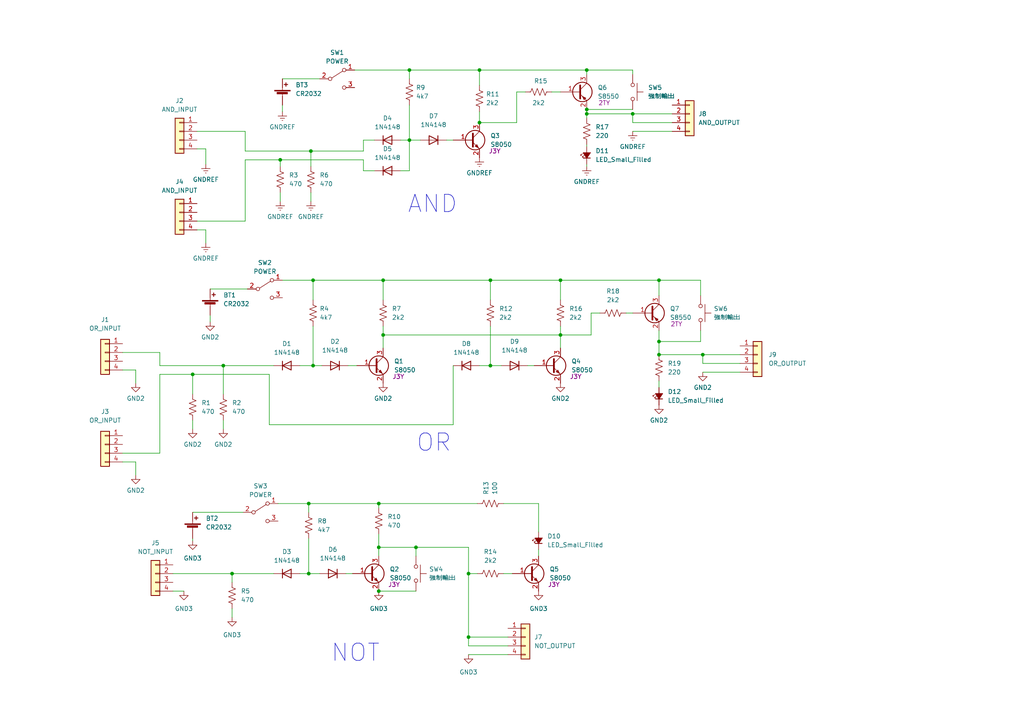
<source format=kicad_sch>
(kicad_sch (version 20211123) (generator eeschema)
  (paper "A4")
  (lib_symbols
    (symbol "Connector_Generic:Conn_01x04" (pin_names (offset 1.016) hide)
      (property "Reference" "J" (at 0 5.08 0))
      (property "Value" "Conn_01x04" (at 0 -7.62 0))
      (symbol "Conn_01x04_1_1"
        (rectangle (start -1.27 -4.953) (end 0 -5.207) (stroke (width 0.1524)))
        (rectangle (start -1.27 -2.413) (end 0 -2.667) (stroke (width 0.1524)))
        (rectangle (start -1.27 0.127) (end 0 -0.127) (stroke (width 0.1524)))
        (rectangle (start -1.27 2.667) (end 0 2.413) (stroke (width 0.1524)))
        (rectangle (start -1.27 3.81) (end 1.27 -6.35) (stroke (width 0.254)) (fill (type background)))
        (pin passive line (at -5.08 2.54 0) (length 3.81) (name "Pin_1") (number "1"))
        (pin passive line (at -5.08 0 0) (length 3.81) (name "Pin_2") (number "2"))
        (pin passive line (at -5.08 -2.54 0) (length 3.81) (name "Pin_3") (number "3"))
        (pin passive line (at -5.08 -5.08 0) (length 3.81) (name "Pin_4") (number "4"))
      )
    )
    (symbol "Device:Battery_Cell" (pin_numbers hide) (pin_names (offset 0) hide)
      (property "Reference" "BT" (at 2.54 2.54 0))
      (property "Value" "Battery_Cell" (at 2.54 0 0))
      (symbol "Battery_Cell_0_1"
        (rectangle (start -2.286 1.778) (end 2.286 1.524) (fill (type outline)))
        (rectangle (start -1.5748 1.1938) (end 1.4732 0.6858) (fill (type outline)))
        (polyline (pts (xy 0 0.762) (xy 0 0)))
        (polyline (pts (xy 0 1.778) (xy 0 2.54)))
        (polyline (pts (xy 0.508 3.429) (xy 1.524 3.429)) (stroke (width 0.254)))
        (polyline (pts (xy 1.016 3.937) (xy 1.016 2.921)) (stroke (width 0.254)))
      )
      (symbol "Battery_Cell_1_1"
        (pin passive line (at 0 5.08 270) (length 2.54) (name "+") (number "1"))
        (pin passive line (at 0 -2.54 90) (length 2.54) (name "-") (number "2"))
      )
    )
    (symbol "Device:LED_Small_Filled" (pin_numbers hide) (pin_names (offset 0.254) hide)
      (property "Reference" "D" (at -1.27 3.175 0))
      (property "Value" "LED_Small_Filled" (at -4.445 -2.54 0))
      (symbol "LED_Small_Filled_0_1"
        (polyline (pts (xy -0.762 -1.016) (xy -0.762 1.016)) (stroke (width 0.254)))
        (polyline (pts (xy 1.016 0) (xy -0.762 0)))
        (polyline (pts (xy 0.762 -1.016) (xy -0.762 0) (xy 0.762 1.016) (xy 0.762 -1.016)) (stroke (width 0.254)) (fill (type outline)))
        (polyline (pts (xy 0 0.762) (xy -0.508 1.27) (xy -0.254 1.27) (xy -0.508 1.27) (xy -0.508 1.016)))
        (polyline (pts (xy 0.508 1.27) (xy 0 1.778) (xy 0.254 1.778) (xy 0 1.778) (xy 0 1.524)))
      )
      (symbol "LED_Small_Filled_1_1"
        (pin passive line (at -2.54 0 0) (length 1.778) (name "K") (number "1"))
        (pin passive line (at 2.54 0 180) (length 1.778) (name "A") (number "2"))
      )
    )
    (symbol "Device:Q_NPN_BEC" (pin_names (offset 0) hide)
      (property "Reference" "Q" (at 5.08 1.27 0))
      (property "Value" "Q_NPN_BEC" (at 5.08 -1.27 0))
      (symbol "Q_NPN_BEC_0_1"
        (polyline (pts (xy 0.635 0.635) (xy 2.54 2.54)))
        (polyline (pts (xy 0.635 -0.635) (xy 2.54 -2.54) (xy 2.54 -2.54)))
        (polyline (pts (xy 0.635 1.905) (xy 0.635 -1.905) (xy 0.635 -1.905)) (stroke (width 0.508)))
        (polyline (pts (xy 1.27 -1.778) (xy 1.778 -1.27) (xy 2.286 -2.286) (xy 1.27 -1.778) (xy 1.27 -1.778)) (fill (type outline)))
        (circle (center 1.27 0) (radius 2.8194) (stroke (width 0.254)))
      )
      (symbol "Q_NPN_BEC_1_1"
        (pin input line (at -5.08 0 0) (length 5.715) (name "B") (number "1"))
        (pin passive line (at 2.54 -5.08 90) (length 2.54) (name "E") (number "2"))
        (pin passive line (at 2.54 5.08 270) (length 2.54) (name "C") (number "3"))
      )
    )
    (symbol "Device:Q_PNP_BEC" (pin_names (offset 0) hide)
      (property "Reference" "Q" (at 5.08 1.27 0))
      (property "Value" "Q_PNP_BEC" (at 5.08 -1.27 0))
      (symbol "Q_PNP_BEC_0_1"
        (polyline (pts (xy 0.635 0.635) (xy 2.54 2.54)))
        (polyline (pts (xy 0.635 -0.635) (xy 2.54 -2.54) (xy 2.54 -2.54)))
        (polyline (pts (xy 0.635 1.905) (xy 0.635 -1.905) (xy 0.635 -1.905)) (stroke (width 0.508)))
        (polyline (pts (xy 2.286 -1.778) (xy 1.778 -2.286) (xy 1.27 -1.27) (xy 2.286 -1.778) (xy 2.286 -1.778)) (fill (type outline)))
        (circle (center 1.27 0) (radius 2.8194) (stroke (width 0.254)))
      )
      (symbol "Q_PNP_BEC_1_1"
        (pin input line (at -5.08 0 0) (length 5.715) (name "B") (number "1"))
        (pin passive line (at 2.54 -5.08 90) (length 2.54) (name "E") (number "2"))
        (pin passive line (at 2.54 5.08 270) (length 2.54) (name "C") (number "3"))
      )
    )
    (symbol "Device:R_US" (pin_numbers hide) (pin_names (offset 0))
      (property "Reference" "R" (at 2.54 0 90))
      (property "Value" "R_US" (at -2.54 0 90))
      (symbol "R_US_0_1"
        (polyline (pts (xy 0 -2.286) (xy 0 -2.54)))
        (polyline (pts (xy 0 2.286) (xy 0 2.54)))
        (polyline (pts (xy 0 -0.762) (xy 1.016 -1.143) (xy 0 -1.524) (xy -1.016 -1.905) (xy 0 -2.286)))
        (polyline (pts (xy 0 0.762) (xy 1.016 0.381) (xy 0 0) (xy -1.016 -0.381) (xy 0 -0.762)))
        (polyline (pts (xy 0 2.286) (xy 1.016 1.905) (xy 0 1.524) (xy -1.016 1.143) (xy 0 0.762)))
      )
      (symbol "R_US_1_1"
        (pin passive line (at 0 3.81 270) (length 1.27) (name "~") (number "1"))
        (pin passive line (at 0 -3.81 90) (length 1.27) (name "~") (number "2"))
      )
    )
    (symbol "Diode:1N4148" (pin_numbers hide) (pin_names (offset 1.016) hide)
      (property "Reference" "D" (at 0 2.54 0))
      (property "Value" "1N4148" (at 0 -2.54 0))
      (symbol "1N4148_0_1"
        (polyline (pts (xy -1.27 1.27) (xy -1.27 -1.27)) (stroke (width 0.254)))
        (polyline (pts (xy 1.27 0) (xy -1.27 0)))
        (polyline (pts (xy 1.27 1.27) (xy 1.27 -1.27) (xy -1.27 0) (xy 1.27 1.27)) (stroke (width 0.254)))
      )
      (symbol "1N4148_1_1"
        (pin passive line (at -3.81 0 0) (length 2.54) (name "K") (number "1"))
        (pin passive line (at 3.81 0 180) (length 2.54) (name "A") (number "2"))
      )
    )
    (symbol "Switch:SW_Push" (pin_numbers hide) (pin_names (offset 1.016) hide)
      (property "Reference" "SW" (at 1.27 2.54 0))
      (property "Value" "SW_Push" (at 0 -1.524 0))
      (symbol "SW_Push_0_1"
        (circle (center -2.032 0) (radius 0.508))
        (polyline (pts (xy 0 1.27) (xy 0 3.048)))
        (polyline (pts (xy 2.54 1.27) (xy -2.54 1.27)))
        (circle (center 2.032 0) (radius 0.508))
        (pin passive line (at -5.08 0 0) (length 2.54) (name "1") (number "1"))
        (pin passive line (at 5.08 0 180) (length 2.54) (name "2") (number "2"))
      )
    )
    (symbol "Switch:SW_SPDT" (pin_names (offset 0) hide)
      (property "Reference" "SW" (at 0 4.318 0))
      (property "Value" "SW_SPDT" (at 0 -5.08 0))
      (symbol "SW_SPDT_0_0"
        (circle (center -2.032 0) (radius 0.508))
        (circle (center 2.032 -2.54) (radius 0.508))
      )
      (symbol "SW_SPDT_0_1"
        (polyline (pts (xy -1.524 0.254) (xy 1.651 2.286)))
        (circle (center 2.032 2.54) (radius 0.508))
      )
      (symbol "SW_SPDT_1_1"
        (pin passive line (at 5.08 2.54 180) (length 2.54) (name "A") (number "1"))
        (pin passive line (at -5.08 0 0) (length 2.54) (name "B") (number "2"))
        (pin passive line (at 5.08 -2.54 180) (length 2.54) (name "C") (number "3"))
      )
    )
    (symbol "power:GND2" (power) (pin_names (offset 0))
      (property "Value" "GND2" (at 0 -3.81 0))
      (symbol "GND2_0_1"
        (polyline (pts (xy 0 0) (xy 0 -1.27) (xy 1.27 -1.27) (xy 0 -2.54) (xy -1.27 -1.27) (xy 0 -1.27)))
      )
      (symbol "GND2_1_1"
        (pin power_in line (at 0 0 270) (length 0) hide (name "GND2") (number "1"))
      )
    )
    (symbol "power:GND3" (power) (pin_names (offset 0))
      (property "Value" "GND3" (at 0 -3.81 0))
      (symbol "GND3_0_1"
        (polyline (pts (xy 0 0) (xy 0 -1.27) (xy 1.27 -1.27) (xy 0 -2.54) (xy -1.27 -1.27) (xy 0 -1.27)))
      )
      (symbol "GND3_1_1"
        (pin power_in line (at 0 0 270) (length 0) hide (name "GND3") (number "1"))
      )
    )
    (symbol "power:GNDREF" (power) (pin_names (offset 0))
      (property "Value" "GNDREF" (at 0 -3.81 0))
      (symbol "GNDREF_0_1"
        (polyline (pts (xy -0.635 -1.905) (xy 0.635 -1.905)))
        (polyline (pts (xy -0.127 -2.54) (xy 0.127 -2.54)))
        (polyline (pts (xy 0 -1.27) (xy 0 0)))
        (polyline (pts (xy 1.27 -1.27) (xy -1.27 -1.27)))
      )
      (symbol "GNDREF_1_1"
        (pin power_in line (at 0 0 270) (length 0) hide (name "GNDREF") (number "1"))
      )
    )
  )
  (junction (at 135.89 166.37))
  (junction (at 90.805 106.045))
  (junction (at 191.135 81.28))
  (junction (at 142.24 106.045))
  (junction (at 170.18 33.02))
  (junction (at 89.535 146.05))
  (junction (at 67.31 166.37))
  (junction (at 170.18 31.75))
  (junction (at 120.65 158.75))
  (junction (at 162.56 97.155))
  (junction (at 162.56 81.28))
  (junction (at 109.855 146.05))
  (junction (at 118.745 40.64))
  (junction (at 135.89 184.785))
  (junction (at 139.065 35.56))
  (junction (at 81.28 46.355))
  (junction (at 109.855 171.45))
  (junction (at 142.24 81.28))
  (junction (at 191.135 99.06))
  (junction (at 139.065 20.32))
  (junction (at 89.535 166.37))
  (junction (at 90.805 81.28))
  (junction (at 90.17 43.815))
  (junction (at 111.125 97.155))
  (junction (at 64.77 106.045))
  (junction (at 191.135 102.87))
  (junction (at 55.88 108.585))
  (junction (at 170.18 20.32))
  (junction (at 111.125 81.28))
  (junction (at 118.745 20.32))
  (junction (at 109.855 158.75))
  (junction (at 203.835 102.87))
  (junction (at 183.515 33.02))
  (wire (pts (xy 111.125 97.155) (xy 111.125 100.965)))
  (wire (pts (xy 55.88 121.92) (xy 55.88 124.46)))
  (wire (pts (xy 170.18 31.75) (xy 170.18 33.02)))
  (wire (pts (xy 111.125 97.155) (xy 162.56 97.155)))
  (wire (pts (xy 118.745 30.48) (xy 118.745 40.64)))
  (wire (pts (xy 203.835 102.87) (xy 214.63 102.87)))
  (wire (pts (xy 170.18 31.75) (xy 183.515 31.75)))
  (wire (pts (xy 111.125 81.28) (xy 142.24 81.28)))
  (wire (pts (xy 86.995 106.045) (xy 90.805 106.045)))
  (wire (pts (xy 81.915 81.28) (xy 90.805 81.28)))
  (wire (pts (xy 170.18 21.59) (xy 170.18 20.32)))
  (wire (pts (xy 152.4 26.67) (xy 149.86 26.67)))
  (wire (pts (xy 191.135 102.87) (xy 203.835 102.87)))
  (wire (pts (xy 142.24 106.045) (xy 145.415 106.045)))
  (wire (pts (xy 135.89 189.865) (xy 147.32 189.865)))
  (wire (pts (xy 57.15 38.1) (xy 71.12 38.1)))
  (wire (pts (xy 46.355 108.585) (xy 46.355 131.445)))
  (wire (pts (xy 109.855 171.45) (xy 120.65 171.45)))
  (wire (pts (xy 90.17 43.815) (xy 71.12 43.815)))
  (wire (pts (xy 131.445 123.19) (xy 78.105 123.19)))
  (wire (pts (xy 90.805 81.28) (xy 111.125 81.28)))
  (wire (pts (xy 81.28 55.88) (xy 81.28 58.42)))
  (wire (pts (xy 118.745 49.53) (xy 118.745 40.64)))
  (wire (pts (xy 71.12 43.815) (xy 71.12 38.1)))
  (wire (pts (xy 142.24 94.615) (xy 142.24 106.045)))
  (wire (pts (xy 171.45 97.155) (xy 171.45 90.805)))
  (wire (pts (xy 203.2 95.885) (xy 203.2 99.06)))
  (wire (pts (xy 191.135 102.87) (xy 191.135 99.06)))
  (wire (pts (xy 156.21 146.05) (xy 146.05 146.05)))
  (wire (pts (xy 135.89 158.75) (xy 120.65 158.75)))
  (wire (pts (xy 59.69 70.485) (xy 59.69 66.675)))
  (wire (pts (xy 90.805 94.615) (xy 90.805 106.045)))
  (wire (pts (xy 89.535 146.05) (xy 109.855 146.05)))
  (wire (pts (xy 105.41 46.355) (xy 105.41 49.53)))
  (wire (pts (xy 60.96 83.82) (xy 71.755 83.82)))
  (wire (pts (xy 80.645 146.05) (xy 89.535 146.05)))
  (wire (pts (xy 55.88 108.585) (xy 78.105 108.585)))
  (wire (pts (xy 102.87 20.32) (xy 118.745 20.32)))
  (wire (pts (xy 183.515 20.32) (xy 183.515 21.59)))
  (wire (pts (xy 118.745 40.64) (xy 121.92 40.64)))
  (wire (pts (xy 81.915 32.385) (xy 81.915 30.48)))
  (wire (pts (xy 149.86 26.67) (xy 149.86 35.56)))
  (wire (pts (xy 53.34 171.45) (xy 50.165 171.45)))
  (wire (pts (xy 170.18 20.32) (xy 183.515 20.32)))
  (wire (pts (xy 156.21 159.385) (xy 156.21 161.29)))
  (wire (pts (xy 142.24 81.28) (xy 162.56 81.28)))
  (wire (pts (xy 90.17 55.88) (xy 90.17 58.42)))
  (wire (pts (xy 171.45 97.155) (xy 162.56 97.155)))
  (wire (pts (xy 64.77 121.92) (xy 64.77 124.46)))
  (wire (pts (xy 162.56 86.995) (xy 162.56 81.28)))
  (wire (pts (xy 57.15 66.675) (xy 59.69 66.675)))
  (wire (pts (xy 156.21 146.05) (xy 156.21 154.305)))
  (wire (pts (xy 139.065 32.385) (xy 139.065 35.56)))
  (wire (pts (xy 35.56 133.985) (xy 39.37 133.985)))
  (wire (pts (xy 90.17 43.815) (xy 90.17 48.26)))
  (wire (pts (xy 118.745 20.32) (xy 118.745 22.86)))
  (wire (pts (xy 109.855 146.05) (xy 138.43 146.05)))
  (wire (pts (xy 78.105 123.19) (xy 78.105 108.585)))
  (wire (pts (xy 183.515 33.02) (xy 194.945 33.02)))
  (wire (pts (xy 35.56 107.315) (xy 39.37 107.315)))
  (wire (pts (xy 90.805 106.045) (xy 93.345 106.045)))
  (wire (pts (xy 71.12 46.355) (xy 81.28 46.355)))
  (wire (pts (xy 162.56 81.28) (xy 191.135 81.28)))
  (wire (pts (xy 147.32 187.325) (xy 135.89 187.325)))
  (wire (pts (xy 57.15 43.18) (xy 59.69 43.18)))
  (wire (pts (xy 50.165 166.37) (xy 67.31 166.37)))
  (wire (pts (xy 81.915 22.86) (xy 92.71 22.86)))
  (wire (pts (xy 181.61 90.805) (xy 183.515 90.805)))
  (wire (pts (xy 170.18 33.02) (xy 170.18 34.29)))
  (wire (pts (xy 142.24 106.045) (xy 139.065 106.045)))
  (wire (pts (xy 89.535 146.05) (xy 89.535 148.59)))
  (wire (pts (xy 109.855 154.94) (xy 109.855 158.75)))
  (wire (pts (xy 149.86 35.56) (xy 139.065 35.56)))
  (wire (pts (xy 46.355 106.045) (xy 46.355 102.235)))
  (wire (pts (xy 46.355 106.045) (xy 64.77 106.045)))
  (wire (pts (xy 46.355 108.585) (xy 55.88 108.585)))
  (wire (pts (xy 191.135 99.06) (xy 191.135 95.885)))
  (wire (pts (xy 89.535 166.37) (xy 86.995 166.37)))
  (wire (pts (xy 131.445 106.045) (xy 131.445 123.19)))
  (wire (pts (xy 89.535 166.37) (xy 92.71 166.37)))
  (wire (pts (xy 39.37 137.795) (xy 39.37 133.985)))
  (wire (pts (xy 100.965 106.045) (xy 103.505 106.045)))
  (wire (pts (xy 135.89 166.37) (xy 135.89 184.785)))
  (wire (pts (xy 170.18 47.625) (xy 170.18 48.26)))
  (wire (pts (xy 203.835 105.41) (xy 203.835 102.87)))
  (wire (pts (xy 120.65 158.75) (xy 109.855 158.75)))
  (wire (pts (xy 170.18 20.32) (xy 139.065 20.32)))
  (wire (pts (xy 46.355 131.445) (xy 35.56 131.445)))
  (wire (pts (xy 203.2 99.06) (xy 191.135 99.06)))
  (wire (pts (xy 120.65 158.75) (xy 120.65 161.29)))
  (wire (pts (xy 162.56 97.155) (xy 162.56 100.965)))
  (wire (pts (xy 64.77 106.045) (xy 64.77 114.3)))
  (wire (pts (xy 171.45 90.805) (xy 173.99 90.805)))
  (wire (pts (xy 105.41 49.53) (xy 108.585 49.53)))
  (wire (pts (xy 109.855 158.75) (xy 109.855 161.29)))
  (wire (pts (xy 135.89 184.785) (xy 147.32 184.785)))
  (wire (pts (xy 116.205 49.53) (xy 118.745 49.53)))
  (wire (pts (xy 183.515 38.1) (xy 194.945 38.1)))
  (wire (pts (xy 139.065 20.32) (xy 139.065 24.765)))
  (wire (pts (xy 67.31 176.53) (xy 67.31 179.07)))
  (wire (pts (xy 162.56 94.615) (xy 162.56 97.155)))
  (wire (pts (xy 118.745 20.32) (xy 139.065 20.32)))
  (wire (pts (xy 153.035 106.045) (xy 154.94 106.045)))
  (wire (pts (xy 111.125 81.28) (xy 111.125 86.995)))
  (wire (pts (xy 64.77 106.045) (xy 79.375 106.045)))
  (wire (pts (xy 194.945 35.56) (xy 183.515 35.56)))
  (wire (pts (xy 214.63 105.41) (xy 203.835 105.41)))
  (wire (pts (xy 46.355 102.235) (xy 35.56 102.235)))
  (wire (pts (xy 59.69 43.18) (xy 59.69 47.625)))
  (wire (pts (xy 100.33 166.37) (xy 102.235 166.37)))
  (wire (pts (xy 203.2 85.725) (xy 203.2 81.28)))
  (wire (pts (xy 81.28 46.355) (xy 81.28 48.26)))
  (wire (pts (xy 105.41 40.64) (xy 105.41 43.815)))
  (wire (pts (xy 55.88 156.845) (xy 55.88 156.21)))
  (wire (pts (xy 142.24 81.28) (xy 142.24 86.995)))
  (wire (pts (xy 138.43 166.37) (xy 135.89 166.37)))
  (wire (pts (xy 71.12 46.355) (xy 71.12 64.135)))
  (wire (pts (xy 214.63 107.95) (xy 203.835 107.95)))
  (wire (pts (xy 135.89 187.325) (xy 135.89 184.785)))
  (wire (pts (xy 203.2 81.28) (xy 191.135 81.28)))
  (wire (pts (xy 183.515 35.56) (xy 183.515 33.02)))
  (wire (pts (xy 170.18 33.02) (xy 183.515 33.02)))
  (wire (pts (xy 67.31 168.91) (xy 67.31 166.37)))
  (wire (pts (xy 39.37 111.125) (xy 39.37 107.315)))
  (wire (pts (xy 135.89 166.37) (xy 135.89 158.75)))
  (wire (pts (xy 108.585 40.64) (xy 105.41 40.64)))
  (wire (pts (xy 55.88 108.585) (xy 55.88 114.3)))
  (wire (pts (xy 118.745 40.64) (xy 116.205 40.64)))
  (wire (pts (xy 90.805 81.28) (xy 90.805 86.995)))
  (wire (pts (xy 109.855 147.32) (xy 109.855 146.05)))
  (wire (pts (xy 146.05 166.37) (xy 148.59 166.37)))
  (wire (pts (xy 170.18 41.91) (xy 170.18 42.545)))
  (wire (pts (xy 89.535 156.21) (xy 89.535 166.37)))
  (wire (pts (xy 160.02 26.67) (xy 162.56 26.67)))
  (wire (pts (xy 129.54 40.64) (xy 131.445 40.64)))
  (wire (pts (xy 81.28 46.355) (xy 105.41 46.355)))
  (wire (pts (xy 55.88 148.59) (xy 70.485 148.59)))
  (wire (pts (xy 191.135 81.28) (xy 191.135 85.725)))
  (wire (pts (xy 60.96 93.345) (xy 60.96 91.44)))
  (wire (pts (xy 67.31 166.37) (xy 79.375 166.37)))
  (wire (pts (xy 105.41 43.815) (xy 90.17 43.815)))
  (wire (pts (xy 191.135 110.49) (xy 191.135 112.395)))
  (wire (pts (xy 111.125 94.615) (xy 111.125 97.155)))
  (wire (pts (xy 71.12 64.135) (xy 57.15 64.135)))
  (text "OR" (at 120.65 131.445 0) (effects (font (size 5 5)) (justify left bottom)))
  (text "NOT" (at 95.885 192.405 0) (effects (font (size 5 5)) (justify left bottom)))
  (text "AND" (at 118.11 62.23 0) (effects (font (size 5 5)) (justify left bottom)))
  (symbol (lib_id "power:GND3") (at 67.31 179.07 0) (unit 1)
    (property "Reference" "#PWR0103" (effects hide))
    (property "Value" "GND3" (at 67.31 184.15 0))
  )
  (symbol (lib_id "Diode:1N4148") (at 83.185 106.045 0) (unit 1)
    (property "Reference" "D1" (at 83.185 99.695 0))
    (property "Value" "1N4148" (at 83.185 102.235 0))
    (property "Footprint" "Diode_SMD:D_1206_3216Metric_Pad1.42x1.75mm_HandSolder" (effects hide))
    (property "Datasheet" "https://assets.nexperia.com/documents/data-sheet/1N4148_1N4448.pdf" (effects hide))
  )
  (symbol (lib_id "Switch:SW_SPDT") (at 76.835 83.82 0) (unit 1)
    (property "Reference" "SW2" (at 76.835 76.2 0))
    (property "Value" "POWER" (at 76.835 78.74 0))
    (property "Footprint" "library:MK12C02" (effects hide))
  )
  (symbol (lib_id "Connector_Generic:Conn_01x04") (at 30.48 128.905 0) (mirror y) (unit 1)
    (property "Reference" "J3" (at 30.48 119.38 0))
    (property "Value" "OR_INPUT" (at 30.48 121.92 0))
    (property "Footprint" "Connector_PinHeader_2.54mm:PinHeader_1x04_P2.54mm_Vertical" (effects hide))
  )
  (symbol (lib_id "Switch:SW_SPDT") (at 97.79 22.86 0) (unit 1)
    (property "Reference" "SW1" (at 97.79 15.24 0))
    (property "Value" "POWER" (at 97.79 17.78 0))
    (property "Footprint" "library:MK12C02" (effects hide))
  )
  (symbol (lib_id "Device:R_US") (at 177.8 90.805 90) (unit 1)
    (property "Reference" "R18" (at 177.8 84.455 90))
    (property "Value" "2k2" (at 177.8 86.995 90))
    (property "Footprint" "Resistor_SMD:R_0805_2012Metric_Pad1.20x1.40mm_HandSolder" (effects hide))
  )
  (symbol (lib_id "Device:Q_NPN_BEC") (at 160.02 106.045 0) (unit 1)
    (property "Reference" "Q4" (at 165.735 104.7749 0) (effects (justify left)))
    (property "Value" "S8050" (at 165.735 107.3149 0) (effects (justify left)))
    (property "Footprint" "Package_TO_SOT_SMD:SOT-23" (effects hide))
    (property "Field4" "J3Y" (at 167.005 109.22 0))
  )
  (symbol (lib_id "Device:R_US") (at 162.56 90.805 0) (unit 1)
    (property "Reference" "R16" (at 165.1 89.5349 0) (effects (justify left)))
    (property "Value" "2k2" (at 165.1 92.0749 0) (effects (justify left)))
    (property "Footprint" "Resistor_SMD:R_0805_2012Metric_Pad1.20x1.40mm_HandSolder" (effects hide))
  )
  (symbol (lib_id "Device:R_US") (at 90.805 90.805 0) (unit 1)
    (property "Reference" "R4" (at 92.71 89.5349 0) (effects (justify left)))
    (property "Value" "4k7" (at 92.71 92.0749 0) (effects (justify left)))
    (property "Footprint" "Resistor_SMD:R_0805_2012Metric_Pad1.20x1.40mm_HandSolder" (effects hide))
  )
  (symbol (lib_id "power:GND2") (at 55.88 124.46 0) (unit 1)
    (property "Reference" "#PWR0108" (effects hide))
    (property "Value" "GND2" (at 55.88 128.905 0))
  )
  (symbol (lib_id "power:GND2") (at 39.37 111.125 0) (unit 1)
    (property "Reference" "#PWR0112" (effects hide))
    (property "Value" "GND2" (at 39.37 115.57 0))
  )
  (symbol (lib_id "Diode:1N4148") (at 97.155 106.045 180) (unit 1)
    (property "Reference" "D2" (at 97.155 99.06 0))
    (property "Value" "1N4148" (at 97.155 101.6 0))
    (property "Footprint" "Diode_SMD:D_1206_3216Metric_Pad1.42x1.75mm_HandSolder" (effects hide))
    (property "Datasheet" "https://assets.nexperia.com/documents/data-sheet/1N4148_1N4448.pdf" (effects hide))
  )
  (symbol (lib_id "Device:R_US") (at 64.77 118.11 0) (unit 1)
    (property "Reference" "R2" (at 67.31 116.8399 0) (effects (justify left)))
    (property "Value" "470" (at 67.31 119.3799 0) (effects (justify left)))
    (property "Footprint" "Resistor_SMD:R_0805_2012Metric_Pad1.20x1.40mm_HandSolder" (effects hide))
  )
  (symbol (lib_id "Device:R_US") (at 55.88 118.11 0) (unit 1)
    (property "Reference" "R1" (at 58.42 116.8399 0) (effects (justify left)))
    (property "Value" "470" (at 58.42 119.3799 0) (effects (justify left)))
    (property "Footprint" "Resistor_SMD:R_0805_2012Metric_Pad1.20x1.40mm_HandSolder" (effects hide))
  )
  (symbol (lib_id "Diode:1N4148") (at 112.395 49.53 0) (unit 1)
    (property "Reference" "D5" (at 112.395 43.18 0))
    (property "Value" "1N4148" (at 112.395 45.72 0))
    (property "Footprint" "Diode_SMD:D_1206_3216Metric_Pad1.42x1.75mm_HandSolder" (effects hide))
    (property "Datasheet" "https://assets.nexperia.com/documents/data-sheet/1N4148_1N4448.pdf" (effects hide))
  )
  (symbol (lib_id "Device:LED_Small_Filled") (at 191.135 114.935 90) (unit 1)
    (property "Reference" "D12" (at 193.675 113.6014 90) (effects (justify right)))
    (property "Value" "LED_Small_Filled" (at 193.675 116.1414 90) (effects (justify right)))
    (property "Footprint" "LED_THT:LED_D3.0mm_Clear" (effects hide))
  )
  (symbol (lib_id "Device:R_US") (at 142.24 146.05 90) (unit 1)
    (property "Reference" "R13" (at 140.9699 143.51 0) (effects (justify left)))
    (property "Value" "100" (at 143.5099 143.51 0) (effects (justify left)))
    (property "Footprint" "Resistor_SMD:R_0805_2012Metric_Pad1.20x1.40mm_HandSolder" (effects hide))
  )
  (symbol (lib_id "power:GNDREF") (at 183.515 38.1 0) (unit 1)
    (property "Reference" "#PWR019" (effects hide))
    (property "Value" "GNDREF" (at 183.515 42.545 0))
  )
  (symbol (lib_id "power:GND2") (at 64.77 124.46 0) (unit 1)
    (property "Reference" "#PWR0109" (effects hide))
    (property "Value" "GND2" (at 64.77 128.905 0))
  )
  (symbol (lib_id "Device:Q_PNP_BEC") (at 188.595 90.805 0) (unit 1)
    (property "Reference" "Q7" (at 194.31 89.5349 0) (effects (justify left)))
    (property "Value" "S8550" (at 194.31 92.0749 0) (effects (justify left)))
    (property "Footprint" "Package_TO_SOT_SMD:SOT-23" (effects hide))
    (property "Field4" "2TY" (at 196.215 93.98 0))
  )
  (symbol (lib_id "power:GND3") (at 55.88 156.845 0) (unit 1)
    (property "Reference" "#PWR0102" (effects hide))
    (property "Value" "GND3" (at 55.88 161.925 0))
  )
  (symbol (lib_id "power:GNDREF") (at 81.28 58.42 0) (unit 1)
    (property "Reference" "#PWR08" (effects hide))
    (property "Value" "GNDREF" (at 81.28 62.865 0))
  )
  (symbol (lib_id "Device:Q_NPN_BEC") (at 136.525 40.64 0) (unit 1)
    (property "Reference" "Q3" (at 142.24 39.3699 0) (effects (justify left)))
    (property "Value" "S8050" (at 142.24 41.9099 0) (effects (justify left)))
    (property "Footprint" "Package_TO_SOT_SMD:SOT-23" (effects hide))
    (property "Field4" "J3Y" (at 143.51 43.815 0))
  )
  (symbol (lib_id "Connector_Generic:Conn_01x04") (at 52.07 38.1 0) (mirror y) (unit 1)
    (property "Reference" "J2" (at 52.07 29.21 0))
    (property "Value" "AND_INPUT" (at 52.07 31.75 0))
    (property "Footprint" "Connector_PinHeader_2.54mm:PinHeader_1x04_P2.54mm_Vertical" (effects hide))
  )
  (symbol (lib_id "Device:LED_Small_Filled") (at 170.18 45.085 90) (unit 1)
    (property "Reference" "D11" (at 172.72 43.7514 90) (effects (justify right)))
    (property "Value" "LED_Small_Filled" (at 172.72 46.2914 90) (effects (justify right)))
    (property "Footprint" "LED_THT:LED_D3.0mm_Clear" (effects hide))
  )
  (symbol (lib_id "power:GNDREF") (at 81.915 32.385 0) (unit 1)
    (property "Reference" "#PWR011" (effects hide))
    (property "Value" "GNDREF" (at 81.915 36.83 0))
  )
  (symbol (lib_id "Device:Battery_Cell") (at 60.96 88.9 0) (unit 1)
    (property "Reference" "BT1" (at 64.77 85.5979 0) (effects (justify left)))
    (property "Value" "CR2032" (at 64.77 88.1379 0) (effects (justify left)))
    (property "Footprint" "Battery:BatteryHolder_Keystone_3002_1x2032" (effects hide))
  )
  (symbol (lib_id "Connector_Generic:Conn_01x04") (at 152.4 184.785 0) (unit 1)
    (property "Reference" "J7" (at 154.94 184.7849 0) (effects (justify left)))
    (property "Value" "NOT_OUTPUT" (at 154.94 187.3249 0) (effects (justify left)))
    (property "Footprint" "Connector_PinHeader_2.54mm:PinHeader_1x04_P2.54mm_Vertical" (effects hide))
  )
  (symbol (lib_id "Connector_Generic:Conn_01x04") (at 219.71 102.87 0) (unit 1)
    (property "Reference" "J9" (at 222.885 102.8699 0) (effects (justify left)))
    (property "Value" "OR_OUTPUT" (at 222.885 105.4099 0) (effects (justify left)))
    (property "Footprint" "Connector_PinHeader_2.54mm:PinHeader_1x04_P2.54mm_Vertical" (effects hide))
  )
  (symbol (lib_id "power:GND3") (at 156.21 171.45 0) (unit 1)
    (property "Reference" "#PWR0114" (effects hide))
    (property "Value" "GND3" (at 156.21 176.53 0))
  )
  (symbol (lib_id "power:GND2") (at 60.96 93.345 0) (unit 1)
    (property "Reference" "#PWR0111" (effects hide))
    (property "Value" "GND2" (at 60.96 97.79 0))
  )
  (symbol (lib_id "Diode:1N4148") (at 149.225 106.045 180) (unit 1)
    (property "Reference" "D9" (at 149.225 99.06 0))
    (property "Value" "1N4148" (at 149.225 101.6 0))
    (property "Footprint" "Diode_SMD:D_1206_3216Metric_Pad1.42x1.75mm_HandSolder" (effects hide))
    (property "Datasheet" "https://assets.nexperia.com/documents/data-sheet/1N4148_1N4448.pdf" (effects hide))
  )
  (symbol (lib_id "Switch:SW_Push") (at 120.65 166.37 270) (unit 1)
    (property "Reference" "SW4" (at 124.46 165.0999 90) (effects (justify left)))
    (property "Value" "強制輸出" (at 124.46 167.6399 90) (effects (justify left)))
    (property "Footprint" "library:skrp" (effects hide))
  )
  (symbol (lib_id "Device:R_US") (at 170.18 38.1 0) (unit 1)
    (property "Reference" "R17" (at 172.72 36.8299 0) (effects (justify left)))
    (property "Value" "220" (at 172.72 39.3699 0) (effects (justify left)))
    (property "Footprint" "Resistor_SMD:R_0805_2012Metric_Pad1.20x1.40mm_HandSolder" (effects hide))
  )
  (symbol (lib_id "power:GNDREF") (at 90.17 58.42 0) (unit 1)
    (property "Reference" "#PWR010" (effects hide))
    (property "Value" "GNDREF" (at 90.17 62.865 0))
  )
  (symbol (lib_id "Device:Battery_Cell") (at 55.88 153.67 0) (unit 1)
    (property "Reference" "BT2" (at 59.69 150.3679 0) (effects (justify left)))
    (property "Value" "CR2032" (at 59.69 152.9079 0) (effects (justify left)))
    (property "Footprint" "Battery:BatteryHolder_Keystone_3002_1x2032" (effects hide))
  )
  (symbol (lib_id "power:GNDREF") (at 59.69 70.485 0) (unit 1)
    (property "Reference" "#PWR04" (effects hide))
    (property "Value" "GNDREF" (at 59.69 74.93 0))
  )
  (symbol (lib_id "power:GND2") (at 111.125 111.125 0) (unit 1)
    (property "Reference" "#PWR0115" (effects hide))
    (property "Value" "GND2" (at 111.125 115.57 0))
  )
  (symbol (lib_id "Device:R_US") (at 191.135 106.68 0) (unit 1)
    (property "Reference" "R19" (at 193.675 105.4099 0) (effects (justify left)))
    (property "Value" "220" (at 193.675 107.9499 0) (effects (justify left)))
    (property "Footprint" "Resistor_SMD:R_0805_2012Metric_Pad1.20x1.40mm_HandSolder" (effects hide))
  )
  (symbol (lib_id "Device:R_US") (at 142.24 166.37 90) (unit 1)
    (property "Reference" "R14" (at 142.24 160.02 90))
    (property "Value" "2k2" (at 142.24 162.56 90))
    (property "Footprint" "Resistor_SMD:R_0805_2012Metric_Pad1.20x1.40mm_HandSolder" (effects hide))
  )
  (symbol (lib_id "Diode:1N4148") (at 135.255 106.045 0) (unit 1)
    (property "Reference" "D8" (at 135.255 99.695 0))
    (property "Value" "1N4148" (at 135.255 102.235 0))
    (property "Footprint" "Diode_SMD:D_1206_3216Metric_Pad1.42x1.75mm_HandSolder" (effects hide))
    (property "Datasheet" "https://assets.nexperia.com/documents/data-sheet/1N4148_1N4448.pdf" (effects hide))
  )
  (symbol (lib_id "Device:Q_NPN_BEC") (at 107.315 166.37 0) (unit 1)
    (property "Reference" "Q2" (at 113.03 165.0999 0) (effects (justify left)))
    (property "Value" "S8050" (at 113.03 167.6399 0) (effects (justify left)))
    (property "Footprint" "Package_TO_SOT_SMD:SOT-23" (effects hide))
    (property "Field4" "J3Y" (at 114.3 169.545 0))
  )
  (symbol (lib_id "Device:Q_PNP_BEC") (at 167.64 26.67 0) (unit 1)
    (property "Reference" "Q6" (at 173.355 25.3999 0) (effects (justify left)))
    (property "Value" "S8550" (at 173.355 27.9399 0) (effects (justify left)))
    (property "Footprint" "Package_TO_SOT_SMD:SOT-23" (effects hide))
    (property "Field4" "2TY" (at 175.26 29.845 0))
  )
  (symbol (lib_id "Diode:1N4148") (at 112.395 40.64 0) (unit 1)
    (property "Reference" "D4" (at 112.395 34.29 0))
    (property "Value" "1N4148" (at 112.395 36.83 0))
    (property "Footprint" "Diode_SMD:D_1206_3216Metric_Pad1.42x1.75mm_HandSolder" (effects hide))
    (property "Datasheet" "https://assets.nexperia.com/documents/data-sheet/1N4148_1N4448.pdf" (effects hide))
  )
  (symbol (lib_id "Device:R_US") (at 81.28 52.07 0) (unit 1)
    (property "Reference" "R3" (at 83.82 50.7999 0) (effects (justify left)))
    (property "Value" "470" (at 83.82 53.3399 0) (effects (justify left)))
    (property "Footprint" "Resistor_SMD:R_0805_2012Metric_Pad1.20x1.40mm_HandSolder" (effects hide))
  )
  (symbol (lib_id "Device:R_US") (at 109.855 151.13 0) (unit 1)
    (property "Reference" "R10" (at 112.395 149.8599 0) (effects (justify left)))
    (property "Value" "470" (at 112.395 152.3999 0) (effects (justify left)))
    (property "Footprint" "Resistor_SMD:R_0805_2012Metric_Pad1.20x1.40mm_HandSolder" (effects hide))
  )
  (symbol (lib_id "Connector_Generic:Conn_01x04") (at 200.025 33.02 0) (unit 1)
    (property "Reference" "J8" (at 202.565 33.0199 0) (effects (justify left)))
    (property "Value" "AND_OUTPUT" (at 202.565 35.5599 0) (effects (justify left)))
    (property "Footprint" "Connector_PinHeader_2.54mm:PinHeader_1x04_P2.54mm_Vertical" (effects hide))
  )
  (symbol (lib_id "power:GND3") (at 109.855 171.45 0) (unit 1)
    (property "Reference" "#PWR0104" (effects hide))
    (property "Value" "GND3" (at 109.855 176.53 0))
  )
  (symbol (lib_id "Switch:SW_Push") (at 203.2 90.805 270) (unit 1)
    (property "Reference" "SW6" (at 207.01 89.5349 90) (effects (justify left)))
    (property "Value" "強制輸出" (at 207.01 92.0749 90) (effects (justify left)))
    (property "Footprint" "library:skrp" (effects hide))
  )
  (symbol (lib_id "Device:Q_NPN_BEC") (at 153.67 166.37 0) (unit 1)
    (property "Reference" "Q5" (at 159.385 165.0999 0) (effects (justify left)))
    (property "Value" "S8050" (at 159.385 167.6399 0) (effects (justify left)))
    (property "Footprint" "Package_TO_SOT_SMD:SOT-23" (effects hide))
    (property "Field4" "J3Y" (at 160.655 169.545 0))
  )
  (symbol (lib_id "Device:R_US") (at 139.065 28.575 180) (unit 1)
    (property "Reference" "R11" (at 140.97 27.3049 0) (effects (justify right)))
    (property "Value" "2k2" (at 140.97 29.8449 0) (effects (justify right)))
    (property "Footprint" "Resistor_SMD:R_0805_2012Metric_Pad1.20x1.40mm_HandSolder" (effects hide))
  )
  (symbol (lib_id "Diode:1N4148") (at 83.185 166.37 0) (unit 1)
    (property "Reference" "D3" (at 83.185 160.02 0))
    (property "Value" "1N4148" (at 83.185 162.56 0))
    (property "Footprint" "Diode_SMD:D_1206_3216Metric_Pad1.42x1.75mm_HandSolder" (effects hide))
    (property "Datasheet" "https://assets.nexperia.com/documents/data-sheet/1N4148_1N4448.pdf" (effects hide))
  )
  (symbol (lib_id "power:GND2") (at 39.37 137.795 0) (unit 1)
    (property "Reference" "#PWR0110" (effects hide))
    (property "Value" "GND2" (at 39.37 142.24 0))
  )
  (symbol (lib_id "power:GNDREF") (at 59.69 47.625 0) (unit 1)
    (property "Reference" "#PWR023" (effects hide))
    (property "Value" "GNDREF" (at 59.69 52.07 0))
  )
  (symbol (lib_id "power:GNDREF") (at 170.18 48.26 0) (unit 1)
    (property "Reference" "#PWR018" (effects hide))
    (property "Value" "GNDREF" (at 170.18 52.705 0))
  )
  (symbol (lib_id "Device:Battery_Cell") (at 81.915 27.94 0) (unit 1)
    (property "Reference" "BT3" (at 85.725 24.6379 0) (effects (justify left)))
    (property "Value" "CR2032" (at 85.725 27.1779 0) (effects (justify left)))
    (property "Footprint" "Battery:BatteryHolder_Keystone_3002_1x2032" (effects hide))
  )
  (symbol (lib_id "power:GND2") (at 162.56 111.125 0) (unit 1)
    (property "Reference" "#PWR0113" (effects hide))
    (property "Value" "GND2" (at 162.56 115.57 0))
  )
  (symbol (lib_id "Switch:SW_Push") (at 183.515 26.67 270) (unit 1)
    (property "Reference" "SW5" (at 187.96 25.3999 90) (effects (justify left)))
    (property "Value" "強制輸出" (at 187.96 27.9399 90) (effects (justify left)))
    (property "Footprint" "library:skrp" (effects hide))
  )
  (symbol (lib_id "Device:R_US") (at 90.17 52.07 0) (unit 1)
    (property "Reference" "R6" (at 92.71 50.7999 0) (effects (justify left)))
    (property "Value" "470" (at 92.71 53.3399 0) (effects (justify left)))
    (property "Footprint" "Resistor_SMD:R_0805_2012Metric_Pad1.20x1.40mm_HandSolder" (effects hide))
  )
  (symbol (lib_id "power:GND2") (at 191.135 117.475 0) (unit 1)
    (property "Reference" "#PWR0106" (effects hide))
    (property "Value" "GND2" (at 191.135 121.92 0))
  )
  (symbol (lib_id "Device:R_US") (at 118.745 26.67 0) (unit 1)
    (property "Reference" "R9" (at 120.65 25.3999 0) (effects (justify left)))
    (property "Value" "4k7" (at 120.65 27.9399 0) (effects (justify left)))
    (property "Footprint" "Resistor_SMD:R_0805_2012Metric_Pad1.20x1.40mm_HandSolder" (effects hide))
  )
  (symbol (lib_id "power:GND3") (at 135.89 189.865 0) (unit 1)
    (property "Reference" "#PWR0105" (effects hide))
    (property "Value" "GND3" (at 135.89 194.945 0))
  )
  (symbol (lib_id "Diode:1N4148") (at 96.52 166.37 180) (unit 1)
    (property "Reference" "D6" (at 96.52 159.385 0))
    (property "Value" "1N4148" (at 96.52 161.925 0))
    (property "Footprint" "Diode_SMD:D_1206_3216Metric_Pad1.42x1.75mm_HandSolder" (effects hide))
    (property "Datasheet" "https://assets.nexperia.com/documents/data-sheet/1N4148_1N4448.pdf" (effects hide))
  )
  (symbol (lib_id "power:GND3") (at 53.34 171.45 0) (unit 1)
    (property "Reference" "#PWR0101" (effects hide))
    (property "Value" "GND3" (at 53.34 176.53 0))
  )
  (symbol (lib_id "Device:R_US") (at 111.125 90.805 0) (unit 1)
    (property "Reference" "R7" (at 113.665 89.5349 0) (effects (justify left)))
    (property "Value" "2k2" (at 113.665 92.0749 0) (effects (justify left)))
    (property "Footprint" "Resistor_SMD:R_0805_2012Metric_Pad1.20x1.40mm_HandSolder" (effects hide))
  )
  (symbol (lib_id "power:GND2") (at 203.835 107.95 0) (unit 1)
    (property "Reference" "#PWR0107" (effects hide))
    (property "Value" "GND2" (at 203.835 112.395 0))
  )
  (symbol (lib_id "Device:Q_NPN_BEC") (at 108.585 106.045 0) (unit 1)
    (property "Reference" "Q1" (at 114.3 104.7749 0) (effects (justify left)))
    (property "Value" "S8050" (at 114.3 107.3149 0) (effects (justify left)))
    (property "Footprint" "Package_TO_SOT_SMD:SOT-23" (effects hide))
    (property "Field4" "J3Y" (at 115.57 109.22 0))
  )
  (symbol (lib_id "Switch:SW_SPDT") (at 75.565 148.59 0) (unit 1)
    (property "Reference" "SW3" (at 75.565 140.97 0))
    (property "Value" "POWER" (at 75.565 143.51 0))
    (property "Footprint" "library:MK12C02" (effects hide))
  )
  (symbol (lib_id "Connector_Generic:Conn_01x04") (at 30.48 102.235 0) (mirror y) (unit 1)
    (property "Reference" "J1" (at 30.48 92.71 0))
    (property "Value" "OR_INPUT" (at 30.48 95.25 0))
    (property "Footprint" "Connector_PinHeader_2.54mm:PinHeader_1x04_P2.54mm_Vertical" (effects hide))
  )
  (symbol (lib_id "power:GNDREF") (at 139.065 45.72 0) (unit 1)
    (property "Reference" "#PWR014" (effects hide))
    (property "Value" "GNDREF" (at 139.065 50.165 0))
  )
  (symbol (lib_id "Device:R_US") (at 89.535 152.4 0) (unit 1)
    (property "Reference" "R8" (at 92.075 151.1299 0) (effects (justify left)))
    (property "Value" "4k7" (at 92.075 153.6699 0) (effects (justify left)))
    (property "Footprint" "Resistor_SMD:R_0805_2012Metric_Pad1.20x1.40mm_HandSolder" (effects hide))
  )
  (symbol (lib_id "Connector_Generic:Conn_01x04") (at 45.085 166.37 0) (mirror y) (unit 1)
    (property "Reference" "J5" (at 45.085 157.48 0))
    (property "Value" "NOT_INPUT" (at 45.085 160.02 0))
    (property "Footprint" "Connector_PinHeader_2.54mm:PinHeader_1x04_P2.54mm_Vertical" (effects hide))
  )
  (symbol (lib_id "Device:R_US") (at 156.21 26.67 90) (unit 1)
    (property "Reference" "R15" (at 156.845 23.495 90))
    (property "Value" "2k2" (at 156.21 29.845 90))
    (property "Footprint" "Resistor_SMD:R_0805_2012Metric_Pad1.20x1.40mm_HandSolder" (effects hide))
  )
  (symbol (lib_id "Device:R_US") (at 67.31 172.72 0) (unit 1)
    (property "Reference" "R5" (at 69.85 171.4499 0) (effects (justify left)))
    (property "Value" "470" (at 69.85 173.9899 0) (effects (justify left)))
    (property "Footprint" "Resistor_SMD:R_0805_2012Metric_Pad1.20x1.40mm_HandSolder" (effects hide))
  )
  (symbol (lib_id "Connector_Generic:Conn_01x04") (at 52.07 61.595 0) (mirror y) (unit 1)
    (property "Reference" "J4" (at 52.07 52.705 0))
    (property "Value" "AND_INPUT" (at 52.07 55.245 0))
    (property "Footprint" "Connector_PinHeader_2.54mm:PinHeader_1x04_P2.54mm_Vertical" (effects hide))
  )
  (symbol (lib_id "Device:R_US") (at 142.24 90.805 0) (unit 1)
    (property "Reference" "R12" (at 144.78 89.5349 0) (effects (justify left)))
    (property "Value" "2k2" (at 144.78 92.0749 0) (effects (justify left)))
    (property "Footprint" "Resistor_SMD:R_0805_2012Metric_Pad1.20x1.40mm_HandSolder" (effects hide))
  )
  (symbol (lib_id "Device:LED_Small_Filled") (at 156.21 156.845 90) (unit 1)
    (property "Reference" "D10" (at 158.75 155.5114 90) (effects (justify right)))
    (property "Value" "LED_Small_Filled" (at 158.75 158.0514 90) (effects (justify right)))
    (property "Footprint" "LED_THT:LED_D3.0mm_Clear" (effects hide))
  )
  (symbol (lib_id "Diode:1N4148") (at 125.73 40.64 180) (unit 1)
    (property "Reference" "D7" (at 125.73 33.655 0))
    (property "Value" "1N4148" (at 125.73 36.195 0))
    (property "Footprint" "Diode_SMD:D_1206_3216Metric_Pad1.42x1.75mm_HandSolder" (effects hide))
    (property "Datasheet" "https://assets.nexperia.com/documents/data-sheet/1N4148_1N4448.pdf" (effects hide))
  )
)
</source>
